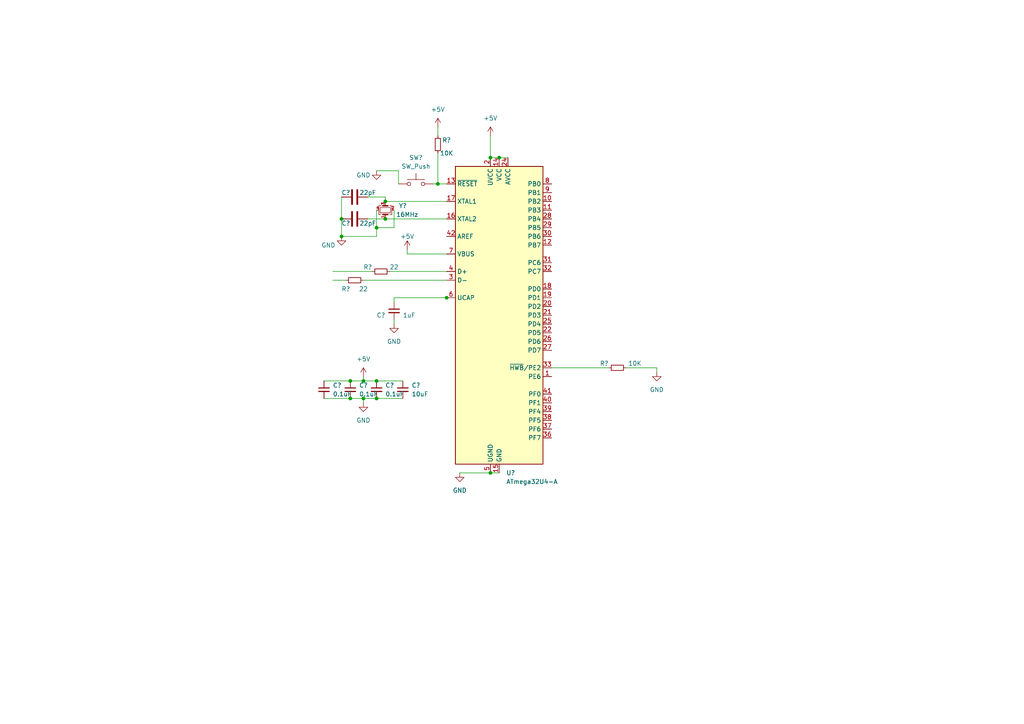
<source format=kicad_sch>
(kicad_sch (version 20211123) (generator eeschema)
  (paper "A4")
  (lib_symbols
    (symbol "Device:C" (pin_numbers hide) (pin_names (offset 0.254))
      (property "Reference" "C" (at 0.635 2.54 0))
      (property "Value" "C" (at 0.635 -2.54 0))
      (symbol "C_0_1"
        (polyline (pts (xy -2.032 -0.762) (xy 2.032 -0.762)) (stroke (width 0.508)))
        (polyline (pts (xy -2.032 0.762) (xy 2.032 0.762)) (stroke (width 0.508)))
      )
      (symbol "C_1_1"
        (pin passive line (at 0 3.81 270) (length 2.794) (name "~") (number "1"))
        (pin passive line (at 0 -3.81 90) (length 2.794) (name "~") (number "2"))
      )
    )
    (symbol "Device:C_Small" (pin_numbers hide) (pin_names (offset 0.254) hide)
      (property "Reference" "C" (at 0.254 1.778 0))
      (property "Value" "C_Small" (at 0.254 -2.032 0))
      (symbol "C_Small_0_1"
        (polyline (pts (xy -1.524 -0.508) (xy 1.524 -0.508)) (stroke (width 0.3302)))
        (polyline (pts (xy -1.524 0.508) (xy 1.524 0.508)) (stroke (width 0.3048)))
      )
      (symbol "C_Small_1_1"
        (pin passive line (at 0 2.54 270) (length 2.032) (name "~") (number "1"))
        (pin passive line (at 0 -2.54 90) (length 2.032) (name "~") (number "2"))
      )
    )
    (symbol "Device:Crystal_GND24_Small" (pin_names (offset 1.016) hide)
      (property "Reference" "Y" (at 1.27 4.445 0))
      (property "Value" "Crystal_GND24_Small" (at 1.27 2.54 0))
      (symbol "Crystal_GND24_Small_0_1"
        (rectangle (start -0.762 -1.524) (end 0.762 1.524))
        (polyline (pts (xy -1.27 -0.762) (xy -1.27 0.762)) (stroke (width 0.381)))
        (polyline (pts (xy 1.27 -0.762) (xy 1.27 0.762)) (stroke (width 0.381)))
        (polyline (pts (xy -1.27 -1.27) (xy -1.27 -1.905) (xy 1.27 -1.905) (xy 1.27 -1.27)))
        (polyline (pts (xy -1.27 1.27) (xy -1.27 1.905) (xy 1.27 1.905) (xy 1.27 1.27)))
      )
      (symbol "Crystal_GND24_Small_1_1"
        (pin passive line (at -2.54 0 0) (length 1.27) (name "1") (number "1"))
        (pin passive line (at 0 -2.54 90) (length 0.635) (name "2") (number "2"))
        (pin passive line (at 2.54 0 180) (length 1.27) (name "3") (number "3"))
        (pin passive line (at 0 2.54 270) (length 0.635) (name "4") (number "4"))
      )
    )
    (symbol "Device:R_Small" (pin_numbers hide) (pin_names (offset 0.254) hide)
      (property "Reference" "R" (at 0.762 0.508 0))
      (property "Value" "R_Small" (at 0.762 -1.016 0))
      (symbol "R_Small_0_1"
        (rectangle (start -0.762 1.778) (end 0.762 -1.778) (stroke (width 0.2032)))
      )
      (symbol "R_Small_1_1"
        (pin passive line (at 0 2.54 270) (length 0.762) (name "~") (number "1"))
        (pin passive line (at 0 -2.54 90) (length 0.762) (name "~") (number "2"))
      )
    )
    (symbol "MCU_Microchip_ATmega:ATmega32U4-A"
      (property "Reference" "U" (at -12.7 44.45 0))
      (property "Value" "ATmega32U4-A" (at 2.54 -44.45 0))
      (symbol "ATmega32U4-A_0_1"
        (rectangle (start -12.7 -43.18) (end 12.7 43.18) (stroke (width 0.254)) (fill (type background)))
      )
      (symbol "ATmega32U4-A_1_1"
        (pin bidirectional line (at 15.24 -17.78 180) (length 2.54) (name "PE6") (number "1"))
        (pin bidirectional line (at 15.24 33.02 180) (length 2.54) (name "PB2") (number "10"))
        (pin bidirectional line (at 15.24 30.48 180) (length 2.54) (name "PB3") (number "11"))
        (pin bidirectional line (at 15.24 20.32 180) (length 2.54) (name "PB7") (number "12"))
        (pin input line (at -15.24 38.1 0) (length 2.54) (name "~{RESET}") (number "13"))
        (pin power_in line (at 0 45.72 270) (length 2.54) (name "VCC") (number "14"))
        (pin power_in line (at 0 -45.72 90) (length 2.54) (name "GND") (number "15"))
        (pin output line (at -15.24 27.94 0) (length 2.54) (name "XTAL2") (number "16"))
        (pin input line (at -15.24 33.02 0) (length 2.54) (name "XTAL1") (number "17"))
        (pin bidirectional line (at 15.24 7.62 180) (length 2.54) (name "PD0") (number "18"))
        (pin bidirectional line (at 15.24 5.08 180) (length 2.54) (name "PD1") (number "19"))
        (pin power_in line (at -2.54 45.72 270) (length 2.54) (name "UVCC") (number "2"))
        (pin bidirectional line (at 15.24 2.54 180) (length 2.54) (name "PD2") (number "20"))
        (pin bidirectional line (at 15.24 0 180) (length 2.54) (name "PD3") (number "21"))
        (pin bidirectional line (at 15.24 -5.08 180) (length 2.54) (name "PD5") (number "22"))
        (pin passive line (at 0 -45.72 90) (length 2.54) hide (name "GND") (number "23"))
        (pin power_in line (at 2.54 45.72 270) (length 2.54) (name "AVCC") (number "24"))
        (pin bidirectional line (at 15.24 -2.54 180) (length 2.54) (name "PD4") (number "25"))
        (pin bidirectional line (at 15.24 -7.62 180) (length 2.54) (name "PD6") (number "26"))
        (pin bidirectional line (at 15.24 -10.16 180) (length 2.54) (name "PD7") (number "27"))
        (pin bidirectional line (at 15.24 27.94 180) (length 2.54) (name "PB4") (number "28"))
        (pin bidirectional line (at 15.24 25.4 180) (length 2.54) (name "PB5") (number "29"))
        (pin bidirectional line (at -15.24 10.16 0) (length 2.54) (name "D-") (number "3"))
        (pin bidirectional line (at 15.24 22.86 180) (length 2.54) (name "PB6") (number "30"))
        (pin bidirectional line (at 15.24 15.24 180) (length 2.54) (name "PC6") (number "31"))
        (pin bidirectional line (at 15.24 12.7 180) (length 2.54) (name "PC7") (number "32"))
        (pin bidirectional line (at 15.24 -15.24 180) (length 2.54) (name "~{HWB}/PE2") (number "33"))
        (pin passive line (at 0 45.72 270) (length 2.54) hide (name "VCC") (number "34"))
        (pin passive line (at 0 -45.72 90) (length 2.54) hide (name "GND") (number "35"))
        (pin bidirectional line (at 15.24 -35.56 180) (length 2.54) (name "PF7") (number "36"))
        (pin bidirectional line (at 15.24 -33.02 180) (length 2.54) (name "PF6") (number "37"))
        (pin bidirectional line (at 15.24 -30.48 180) (length 2.54) (name "PF5") (number "38"))
        (pin bidirectional line (at 15.24 -27.94 180) (length 2.54) (name "PF4") (number "39"))
        (pin bidirectional line (at -15.24 12.7 0) (length 2.54) (name "D+") (number "4"))
        (pin bidirectional line (at 15.24 -25.4 180) (length 2.54) (name "PF1") (number "40"))
        (pin bidirectional line (at 15.24 -22.86 180) (length 2.54) (name "PF0") (number "41"))
        (pin passive line (at -15.24 22.86 0) (length 2.54) (name "AREF") (number "42"))
        (pin passive line (at 0 -45.72 90) (length 2.54) hide (name "GND") (number "43"))
        (pin passive line (at 2.54 45.72 270) (length 2.54) hide (name "AVCC") (number "44"))
        (pin passive line (at -2.54 -45.72 90) (length 2.54) (name "UGND") (number "5"))
        (pin passive line (at -15.24 5.08 0) (length 2.54) (name "UCAP") (number "6"))
        (pin input line (at -15.24 17.78 0) (length 2.54) (name "VBUS") (number "7"))
        (pin bidirectional line (at 15.24 38.1 180) (length 2.54) (name "PB0") (number "8"))
        (pin bidirectional line (at 15.24 35.56 180) (length 2.54) (name "PB1") (number "9"))
      )
    )
    (symbol "Switch:SW_Push" (pin_numbers hide) (pin_names (offset 1.016) hide)
      (property "Reference" "SW" (at 1.27 2.54 0))
      (property "Value" "SW_Push" (at 0 -1.524 0))
      (symbol "SW_Push_0_1"
        (circle (center -2.032 0) (radius 0.508))
        (polyline (pts (xy 0 1.27) (xy 0 3.048)))
        (polyline (pts (xy 2.54 1.27) (xy -2.54 1.27)))
        (circle (center 2.032 0) (radius 0.508))
        (pin passive line (at -5.08 0 0) (length 2.54) (name "1") (number "1"))
        (pin passive line (at 5.08 0 180) (length 2.54) (name "2") (number "2"))
      )
    )
    (symbol "power:+5V" (power) (pin_names (offset 0))
      (property "Value" "+5V" (at 0 3.556 0))
      (symbol "+5V_0_1"
        (polyline (pts (xy -0.762 1.27) (xy 0 2.54)))
        (polyline (pts (xy 0 0) (xy 0 2.54)))
        (polyline (pts (xy 0 2.54) (xy 0.762 1.27)))
      )
      (symbol "+5V_1_1"
        (pin power_in line (at 0 0 90) (length 0) hide (name "+5V") (number "1"))
      )
    )
    (symbol "power:GND" (power) (pin_names (offset 0))
      (property "Value" "GND" (at 0 -3.81 0))
      (symbol "GND_0_1"
        (polyline (pts (xy 0 0) (xy 0 -1.27) (xy 1.27 -1.27) (xy 0 -2.54) (xy -1.27 -1.27) (xy 0 -1.27)))
      )
      (symbol "GND_1_1"
        (pin power_in line (at 0 0 270) (length 0) hide (name "GND") (number "1"))
      )
    )
  )
  (junction (at 99.06 63.5))
  (junction (at 105.41 115.57))
  (junction (at 144.78 45.72))
  (junction (at 101.6 115.57))
  (junction (at 105.41 110.49))
  (junction (at 109.22 66.04))
  (junction (at 111.76 58.42))
  (junction (at 142.24 137.16))
  (junction (at 142.24 45.72))
  (junction (at 109.22 115.57))
  (junction (at 99.06 68.58))
  (junction (at 101.6 110.49))
  (junction (at 127 53.34))
  (junction (at 129.54 86.36))
  (junction (at 111.76 63.5))
  (junction (at 109.22 110.49))
  (wire (pts (xy 114.3 66.04) (xy 109.22 66.04)))
  (wire (pts (xy 113.03 78.74) (xy 129.54 78.74)))
  (wire (pts (xy 142.24 137.16) (xy 144.78 137.16)))
  (wire (pts (xy 96.52 78.74) (xy 107.95 78.74)))
  (wire (pts (xy 96.52 81.28) (xy 100.33 81.28)))
  (wire (pts (xy 111.76 57.15) (xy 106.68 57.15)))
  (wire (pts (xy 127 44.45) (xy 127 53.34)))
  (wire (pts (xy 93.98 115.57) (xy 101.6 115.57)))
  (wire (pts (xy 129.54 73.66) (xy 118.11 73.66)))
  (wire (pts (xy 109.22 110.49) (xy 116.84 110.49)))
  (wire (pts (xy 114.3 86.36) (xy 114.3 87.63)))
  (wire (pts (xy 105.41 109.22) (xy 105.41 110.49)))
  (wire (pts (xy 114.3 86.36) (xy 129.54 86.36)))
  (wire (pts (xy 160.02 106.68) (xy 176.53 106.68)))
  (wire (pts (xy 105.41 115.57) (xy 109.22 115.57)))
  (wire (pts (xy 106.68 63.5) (xy 111.76 63.5)))
  (wire (pts (xy 101.6 115.57) (xy 105.41 115.57)))
  (wire (pts (xy 105.41 110.49) (xy 109.22 110.49)))
  (wire (pts (xy 109.22 60.96) (xy 109.22 66.04)))
  (wire (pts (xy 111.76 58.42) (xy 111.76 57.15)))
  (wire (pts (xy 114.3 92.71) (xy 114.3 93.98)))
  (wire (pts (xy 114.3 60.96) (xy 114.3 66.04)))
  (wire (pts (xy 142.24 137.16) (xy 133.35 137.16)))
  (wire (pts (xy 101.6 110.49) (xy 105.41 110.49)))
  (wire (pts (xy 93.98 110.49) (xy 101.6 110.49)))
  (wire (pts (xy 142.24 45.72) (xy 144.78 45.72)))
  (wire (pts (xy 142.24 39.37) (xy 142.24 45.72)))
  (wire (pts (xy 109.22 115.57) (xy 116.84 115.57)))
  (wire (pts (xy 111.76 63.5) (xy 129.54 63.5)))
  (wire (pts (xy 115.57 49.53) (xy 115.57 53.34)))
  (wire (pts (xy 132.08 86.36) (xy 129.54 86.36)))
  (wire (pts (xy 125.73 53.34) (xy 127 53.34)))
  (wire (pts (xy 109.22 49.53) (xy 115.57 49.53)))
  (wire (pts (xy 190.5 106.68) (xy 181.61 106.68)))
  (wire (pts (xy 127 36.83) (xy 127 39.37)))
  (wire (pts (xy 127 53.34) (xy 129.54 53.34)))
  (wire (pts (xy 144.78 45.72) (xy 147.32 45.72)))
  (wire (pts (xy 105.41 115.57) (xy 105.41 116.84)))
  (wire (pts (xy 118.11 73.66) (xy 118.11 72.39)))
  (wire (pts (xy 111.76 58.42) (xy 129.54 58.42)))
  (wire (pts (xy 105.41 81.28) (xy 129.54 81.28)))
  (wire (pts (xy 190.5 107.95) (xy 190.5 106.68)))
  (wire (pts (xy 99.06 57.15) (xy 99.06 63.5)))
  (wire (pts (xy 109.22 66.04) (xy 109.22 68.58)))
  (wire (pts (xy 99.06 63.5) (xy 99.06 68.58)))
  (wire (pts (xy 109.22 68.58) (xy 99.06 68.58)))
  (symbol (lib_id "power:GND") (at 190.5 107.95 0) (unit 1)
    (property "Reference" "#PWR?" (effects hide))
    (property "Value" "GND" (at 190.5 113.03 0))
  )
  (symbol (lib_id "Device:R_Small") (at 179.07 106.68 270) (unit 1)
    (property "Reference" "R?" (at 175.26 105.41 90))
    (property "Value" "10K" (at 184.15 105.41 90))
  )
  (symbol (lib_id "Device:C_Small") (at 116.84 113.03 0) (unit 1)
    (property "Reference" "C?" (at 119.38 111.7662 0) (effects (justify left)))
    (property "Value" "10uF" (at 119.38 114.3062 0) (effects (justify left)))
  )
  (symbol (lib_id "Switch:SW_Push") (at 120.65 53.34 0) (unit 1)
    (property "Reference" "SW?" (at 120.65 45.72 0))
    (property "Value" "SW_Push" (at 120.65 48.26 0))
  )
  (symbol (lib_id "power:GND") (at 114.3 93.98 0) (unit 1)
    (property "Reference" "#PWR?" (effects hide))
    (property "Value" "GND" (at 114.3 99.06 0))
  )
  (symbol (lib_id "Device:C") (at 102.87 57.15 90) (unit 1)
    (property "Reference" "C?" (at 100.33 55.88 90))
    (property "Value" "22pF" (at 106.68 55.88 90))
  )
  (symbol (lib_id "power:+5V") (at 118.11 72.39 0) (unit 1)
    (property "Reference" "#PWR?" (effects hide))
    (property "Value" "+5V" (at 118.11 68.58 0))
  )
  (symbol (lib_id "Device:R_Small") (at 102.87 81.28 90) (unit 1)
    (property "Reference" "R?" (at 100.33 83.82 90))
    (property "Value" "22" (at 105.41 83.82 90))
  )
  (symbol (lib_id "power:GND") (at 109.22 49.53 0) (unit 1)
    (property "Reference" "#PWR?" (effects hide))
    (property "Value" "GND" (at 105.41 50.8 0))
  )
  (symbol (lib_id "Device:C") (at 102.87 63.5 90) (unit 1)
    (property "Reference" "C?" (at 100.33 64.77 90))
    (property "Value" "22pF" (at 106.68 64.77 90))
  )
  (symbol (lib_id "power:GND") (at 133.35 137.16 0) (unit 1)
    (property "Reference" "#PWR?" (effects hide))
    (property "Value" "GND" (at 133.35 142.24 0))
  )
  (symbol (lib_id "MCU_Microchip_ATmega:ATmega32U4-A") (at 144.78 91.44 0) (unit 1)
    (property "Reference" "U?" (at 146.7994 137.16 0) (effects (justify left)))
    (property "Value" "ATmega32U4-A" (at 146.7994 139.7 0) (effects (justify left)))
    (property "Footprint" "Package_QFP:TQFP-44_10x10mm_P0.8mm" (effects hide))
    (property "Datasheet" "http://ww1.microchip.com/downloads/en/DeviceDoc/Atmel-7766-8-bit-AVR-ATmega16U4-32U4_Datasheet.pdf" (effects hide))
  )
  (symbol (lib_id "Device:Crystal_GND24_Small") (at 111.76 60.96 90) (unit 1)
    (property "Reference" "Y?" (at 116.84 59.69 90))
    (property "Value" "16MHz" (at 118.11 62.23 90))
  )
  (symbol (lib_id "power:GND") (at 99.06 68.58 0) (unit 1)
    (property "Reference" "#PWR?" (effects hide))
    (property "Value" "GND" (at 95.25 71.12 0))
  )
  (symbol (lib_id "Device:C_Small") (at 114.3 90.17 0) (unit 1)
    (property "Reference" "C?" (at 109.22 91.44 0) (effects (justify left)))
    (property "Value" "1uF" (at 116.84 91.44 0) (effects (justify left)))
  )
  (symbol (lib_id "Device:R_Small") (at 110.49 78.74 90) (unit 1)
    (property "Reference" "R?" (at 106.68 77.47 90))
    (property "Value" "22" (at 114.3 77.47 90))
  )
  (symbol (lib_id "Device:C_Small") (at 101.6 113.03 0) (unit 1)
    (property "Reference" "C?" (at 104.14 111.7662 0) (effects (justify left)))
    (property "Value" "0.1uF" (at 104.14 114.3062 0) (effects (justify left)))
  )
  (symbol (lib_id "power:+5V") (at 127 36.83 0) (unit 1)
    (property "Reference" "#PWR?" (effects hide))
    (property "Value" "+5V" (at 127 31.75 0))
  )
  (symbol (lib_id "Device:C_Small") (at 93.98 113.03 0) (unit 1)
    (property "Reference" "C?" (at 96.52 111.7662 0) (effects (justify left)))
    (property "Value" "0.1uF" (at 96.52 114.3062 0) (effects (justify left)))
  )
  (symbol (lib_id "power:+5V") (at 142.24 39.37 0) (unit 1)
    (property "Reference" "#PWR?" (effects hide))
    (property "Value" "+5V" (at 142.24 34.29 0))
  )
  (symbol (lib_id "power:+5V") (at 105.41 109.22 0) (unit 1)
    (property "Reference" "#PWR?" (effects hide))
    (property "Value" "+5V" (at 105.41 104.14 0))
  )
  (symbol (lib_id "power:GND") (at 105.41 116.84 0) (unit 1)
    (property "Reference" "#PWR?" (effects hide))
    (property "Value" "GND" (at 105.41 121.92 0))
  )
  (symbol (lib_id "Device:C_Small") (at 109.22 113.03 0) (unit 1)
    (property "Reference" "C?" (at 111.76 111.7662 0) (effects (justify left)))
    (property "Value" "0.1uF" (at 111.76 114.3062 0) (effects (justify left)))
  )
  (symbol (lib_id "Device:R_Small") (at 127 41.91 0) (unit 1)
    (property "Reference" "R?" (at 129.54 40.64 0))
    (property "Value" "10K" (at 129.54 44.45 0))
  )
)
</source>
